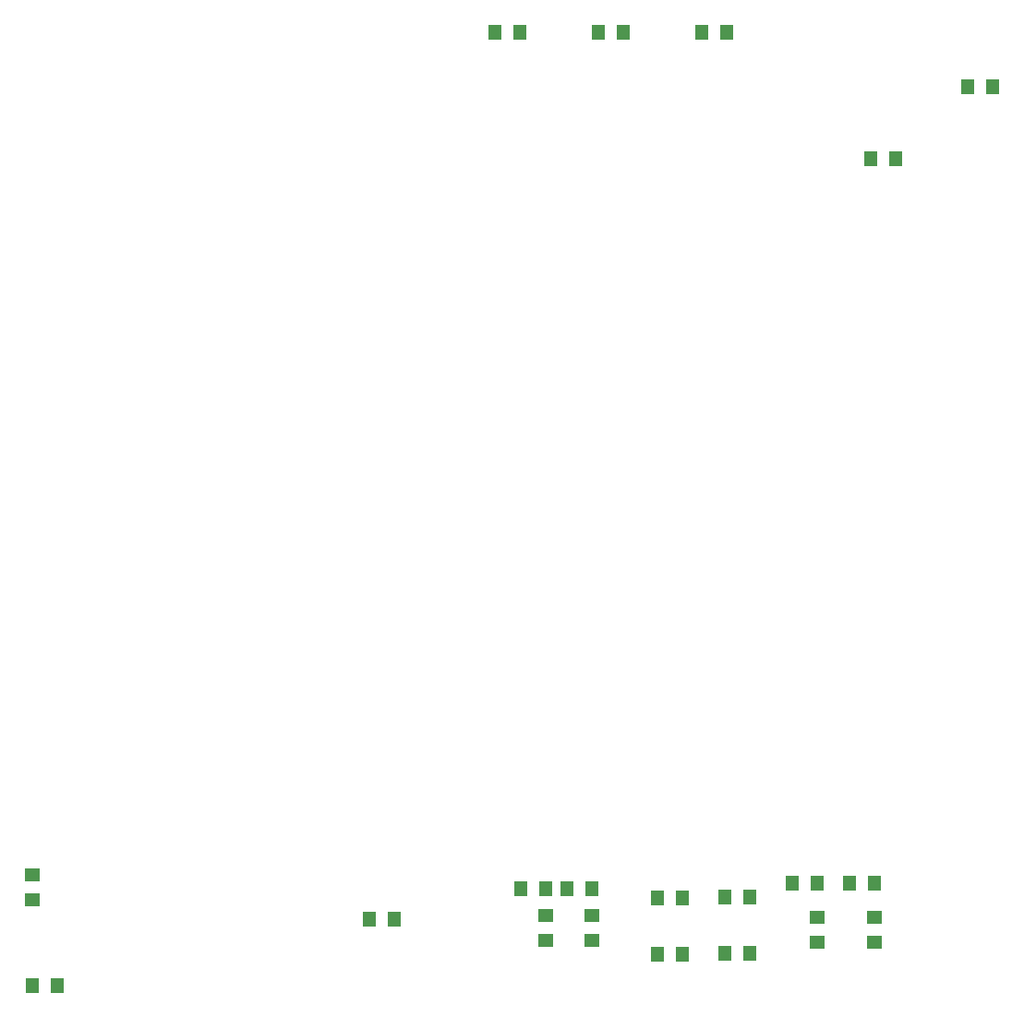
<source format=gbp>
G04*
G04 #@! TF.GenerationSoftware,Altium Limited,Altium Designer,21.2.1 (34)*
G04*
G04 Layer_Color=128*
%FSTAX24Y24*%
%MOIN*%
G70*
G04*
G04 #@! TF.SameCoordinates,1AE62F94-6DB7-4B32-8B40-2354E624DE5A*
G04*
G04*
G04 #@! TF.FilePolarity,Positive*
G04*
G01*
G75*
%ADD24R,0.0500X0.0550*%
%ADD29R,0.0550X0.0500*%
D24*
X0413Y04307D02*
D03*
X0422D02*
D03*
X0448Y04567D02*
D03*
X0457D02*
D03*
X03032Y01672D02*
D03*
X03122D02*
D03*
X02955D02*
D03*
X02865D02*
D03*
X01101Y01322D02*
D03*
X01191D02*
D03*
X04052Y0169D02*
D03*
X04142D02*
D03*
X03934D02*
D03*
X03844D02*
D03*
X02771Y04765D02*
D03*
X02861D02*
D03*
X03145D02*
D03*
X03235D02*
D03*
X0352D02*
D03*
X0361D02*
D03*
X03358Y01638D02*
D03*
X03448D02*
D03*
X03358Y01435D02*
D03*
X03448D02*
D03*
X02319Y01562D02*
D03*
X02409D02*
D03*
X03603Y01436D02*
D03*
X03693D02*
D03*
X03603Y0164D02*
D03*
X03693D02*
D03*
D29*
X04141Y01567D02*
D03*
Y01477D02*
D03*
X03935Y01567D02*
D03*
Y01477D02*
D03*
X02956Y01575D02*
D03*
Y01485D02*
D03*
X03122D02*
D03*
Y01575D02*
D03*
X01101Y01632D02*
D03*
Y01722D02*
D03*
M02*

</source>
